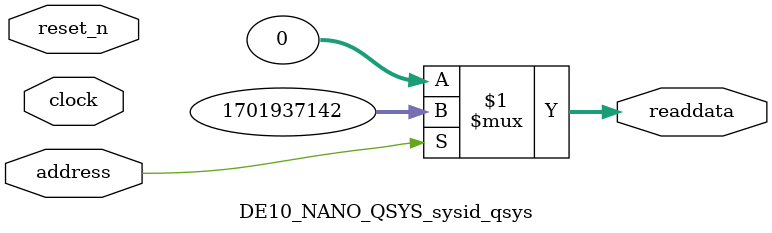
<source format=v>



// synthesis translate_off
`timescale 1ns / 1ps
// synthesis translate_on

// turn off superfluous verilog processor warnings 
// altera message_level Level1 
// altera message_off 10034 10035 10036 10037 10230 10240 10030 

module DE10_NANO_QSYS_sysid_qsys (
               // inputs:
                address,
                clock,
                reset_n,

               // outputs:
                readdata
             )
;

  output  [ 31: 0] readdata;
  input            address;
  input            clock;
  input            reset_n;

  wire    [ 31: 0] readdata;
  //control_slave, which is an e_avalon_slave
  assign readdata = address ? 1701937142 : 0;

endmodule



</source>
